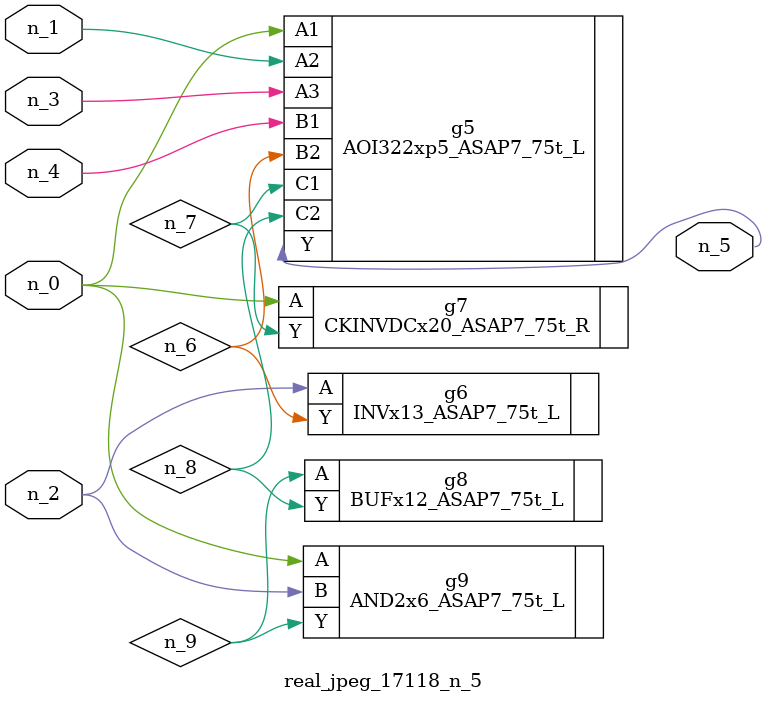
<source format=v>
module real_jpeg_17118_n_5 (n_4, n_0, n_1, n_2, n_3, n_5);

input n_4;
input n_0;
input n_1;
input n_2;
input n_3;

output n_5;

wire n_8;
wire n_6;
wire n_7;
wire n_9;

AOI322xp5_ASAP7_75t_L g5 ( 
.A1(n_0),
.A2(n_1),
.A3(n_3),
.B1(n_4),
.B2(n_6),
.C1(n_7),
.C2(n_8),
.Y(n_5)
);

CKINVDCx20_ASAP7_75t_R g7 ( 
.A(n_0),
.Y(n_7)
);

AND2x6_ASAP7_75t_L g9 ( 
.A(n_0),
.B(n_2),
.Y(n_9)
);

INVx13_ASAP7_75t_L g6 ( 
.A(n_2),
.Y(n_6)
);

BUFx12_ASAP7_75t_L g8 ( 
.A(n_9),
.Y(n_8)
);


endmodule
</source>
